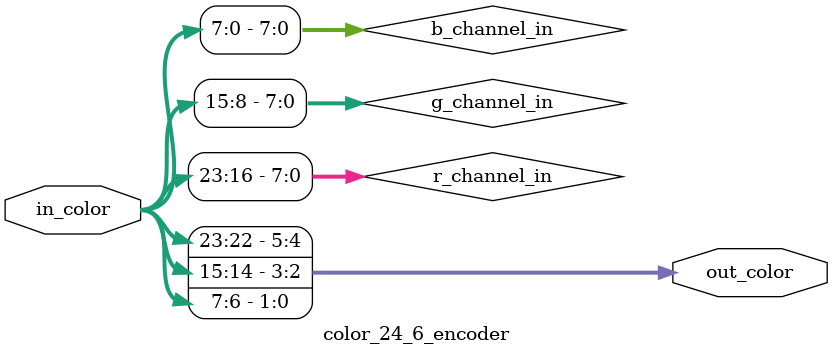
<source format=sv>
module color_24_6_encoder(in_color, out_color);
    input logic [23:0] in_color;
    output logic [5:0] out_color;
    
    logic [7:0] r_channel_in, g_channel_in, b_channel_in;
    logic [1:0] r_channel_out, g_channel_out, b_channel_out;
    
    assign r_channel_in = in_color[23:16];
    assign g_channel_in = in_color[15:8];
    assign b_channel_in = in_color[7:0];
    
    assign out_color[5:4] = r_channel_in[7:6];
    assign out_color[3:2] = g_channel_in[7:6];
    assign out_color[1:0] = b_channel_in[7:6];
endmodule  // color_24_6_encoder

</source>
